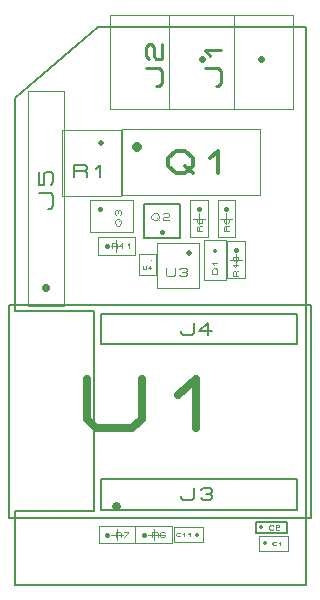
<source format=gbr>
G04 PROTEUS GERBER X2 FILE*
%TF.GenerationSoftware,Labcenter,Proteus,8.16-SP3-Build36097*%
%TF.CreationDate,2024-09-26T16:34:03+00:00*%
%TF.FileFunction,AssemblyDrawing,Top*%
%TF.FilePolarity,Positive*%
%TF.Part,Single*%
%TF.SameCoordinates,{f118cff8-fadb-4bc5-a17f-1c91f2e22e42}*%
%FSLAX45Y45*%
%MOMM*%
G01*
%TA.AperFunction,Material*%
%ADD63C,0.177800*%
%ADD154C,0.800000*%
%ADD155C,0.687710*%
%ADD156C,0.050000*%
%ADD157C,0.593960*%
%ADD158C,0.224330*%
%ADD159C,0.840000*%
%ADD160C,0.313870*%
%ADD161C,0.406400*%
%ADD162C,0.096520*%
%ADD163C,0.396240*%
%ADD164C,0.066630*%
%ADD165C,0.376000*%
%ADD166C,0.051640*%
%ADD167C,0.355600*%
%ADD168C,0.056890*%
%ADD169C,0.500000*%
%ADD170C,0.113740*%
%ADD171C,0.020000*%
%ADD172C,0.045740*%
%ADD173C,0.169550*%
%ADD66C,0.100000*%
%ADD174C,0.480000*%
%ADD175C,0.164070*%
%ADD176C,0.380000*%
%ADD177C,0.069570*%
%ADD178C,0.405000*%
%ADD179C,0.085740*%
%ADD180C,0.660000*%
%ADD181C,0.201050*%
%TA.AperFunction,Profile*%
%ADD41C,0.177800*%
%TD.AperFunction*%
D63*
X-726673Y+1182060D02*
X+1833327Y+1182060D01*
X+1833327Y+2982060D01*
X-726673Y+2982060D01*
X-726673Y+1182060D01*
D154*
X+185327Y+1282060D02*
X+185327Y+1282060D01*
D155*
X-65612Y+2358373D02*
X-65612Y+2014518D01*
X+11755Y+1945747D01*
X+321224Y+1945747D01*
X+398592Y+2014518D01*
X+398592Y+2358373D01*
X+708061Y+2220831D02*
X+862796Y+2358373D01*
X+862796Y+1945747D01*
D156*
X+1181000Y+4641000D02*
X+131000Y+4641000D01*
X+131000Y+5441000D01*
X+1181000Y+5441000D01*
X+1181000Y+4641000D01*
D157*
X+906000Y+5066000D02*
X+906000Y+5066000D01*
D158*
X+524835Y+4839097D02*
X+547268Y+4839097D01*
X+569702Y+4864334D01*
X+569702Y+4965286D01*
X+547268Y+4990524D01*
X+435100Y+4990524D01*
X+457534Y+5066237D02*
X+435100Y+5091475D01*
X+435100Y+5167189D01*
X+457534Y+5192427D01*
X+479967Y+5192427D01*
X+502401Y+5167189D01*
X+502401Y+5091475D01*
X+524835Y+5066237D01*
X+569702Y+5066237D01*
X+569702Y+5192427D01*
D156*
X+1681000Y+4641000D02*
X+631000Y+4641000D01*
X+631000Y+5441000D01*
X+1681000Y+5441000D01*
X+1681000Y+4641000D01*
D157*
X+1406000Y+5066000D02*
X+1406000Y+5066000D01*
D158*
X+1024835Y+4839097D02*
X+1047268Y+4839097D01*
X+1069702Y+4864334D01*
X+1069702Y+4965286D01*
X+1047268Y+4990524D01*
X+935100Y+4990524D01*
X+979967Y+5091475D02*
X+935100Y+5141951D01*
X+1069702Y+5141951D01*
D156*
X+233000Y+3914000D02*
X+1403000Y+3914000D01*
X+1403000Y+4474000D01*
X+233000Y+4474000D01*
X+233000Y+3914000D01*
D159*
X+363000Y+4321000D02*
X+363000Y+4321000D01*
D160*
X+622761Y+4225388D02*
X+693383Y+4288163D01*
X+764005Y+4288163D01*
X+834627Y+4225388D01*
X+834627Y+4162612D01*
X+764005Y+4099837D01*
X+693383Y+4099837D01*
X+622761Y+4162612D01*
X+622761Y+4225388D01*
X+764005Y+4162612D02*
X+834627Y+4099837D01*
X+975872Y+4225388D02*
X+1046494Y+4288163D01*
X+1046494Y+4099837D01*
D63*
X+415165Y+3549400D02*
X+722505Y+3549400D01*
X+722505Y+3841500D01*
X+415165Y+3841500D01*
X+415165Y+3549400D01*
D161*
X+568835Y+3600200D02*
X+568835Y+3600200D01*
D162*
X+481967Y+3740662D02*
X+503684Y+3759966D01*
X+525401Y+3759966D01*
X+547118Y+3740662D01*
X+547118Y+3721358D01*
X+525401Y+3702054D01*
X+503684Y+3702054D01*
X+481967Y+3721358D01*
X+481967Y+3740662D01*
X+525401Y+3721358D02*
X+547118Y+3702054D01*
X+579693Y+3750314D02*
X+590552Y+3759966D01*
X+623127Y+3759966D01*
X+633986Y+3750314D01*
X+633986Y+3740662D01*
X+623127Y+3731010D01*
X+590552Y+3731010D01*
X+579693Y+3721358D01*
X+579693Y+3702054D01*
X+633986Y+3702054D01*
D156*
X+811000Y+3871000D02*
X+811000Y+3561000D01*
X+961000Y+3561000D01*
X+961000Y+3871000D01*
X+811000Y+3871000D01*
X+936000Y+3716000D02*
X+836000Y+3716000D01*
X+886000Y+3666000D02*
X+886000Y+3766000D01*
D163*
X+886000Y+3796000D02*
X+886000Y+3796000D01*
D164*
X+905991Y+3607372D02*
X+866010Y+3607372D01*
X+866010Y+3644854D01*
X+872673Y+3652351D01*
X+879337Y+3652351D01*
X+886000Y+3644854D01*
X+886000Y+3607372D01*
X+886000Y+3644854D02*
X+892664Y+3652351D01*
X+905991Y+3652351D01*
X+872673Y+3674840D02*
X+866010Y+3682337D01*
X+866010Y+3704826D01*
X+872673Y+3712323D01*
X+879337Y+3712323D01*
X+886000Y+3704826D01*
X+886000Y+3682337D01*
X+892664Y+3674840D01*
X+905991Y+3674840D01*
X+905991Y+3712323D01*
D156*
X+345000Y+965000D02*
X+655000Y+965000D01*
X+655000Y+1115000D01*
X+345000Y+1115000D01*
X+345000Y+965000D01*
X+500000Y+1090000D02*
X+500000Y+990000D01*
X+550000Y+1040000D02*
X+450000Y+1040000D01*
D163*
X+420000Y+1040000D02*
X+420000Y+1040000D01*
D164*
X+488684Y+1020009D02*
X+488684Y+1059990D01*
X+526166Y+1059990D01*
X+533663Y+1053327D01*
X+533663Y+1046663D01*
X+526166Y+1040000D01*
X+488684Y+1040000D01*
X+526166Y+1040000D02*
X+533663Y+1033336D01*
X+533663Y+1020009D01*
X+593635Y+1053327D02*
X+586138Y+1059990D01*
X+563649Y+1059990D01*
X+556152Y+1053327D01*
X+556152Y+1026672D01*
X+563649Y+1020009D01*
X+586138Y+1020009D01*
X+593635Y+1026672D01*
X+593635Y+1033336D01*
X+586138Y+1040000D01*
X+556152Y+1040000D01*
D156*
X+35000Y+965000D02*
X+345000Y+965000D01*
X+345000Y+1115000D01*
X+35000Y+1115000D01*
X+35000Y+965000D01*
X+190000Y+1090000D02*
X+190000Y+990000D01*
X+240000Y+1040000D02*
X+140000Y+1040000D01*
D163*
X+110000Y+1040000D02*
X+110000Y+1040000D01*
D164*
X+178684Y+1020009D02*
X+178684Y+1059990D01*
X+216166Y+1059990D01*
X+223663Y+1053327D01*
X+223663Y+1046663D01*
X+216166Y+1040000D01*
X+178684Y+1040000D01*
X+216166Y+1040000D02*
X+223663Y+1033336D01*
X+223663Y+1020009D01*
X+246152Y+1059990D02*
X+283635Y+1059990D01*
X+283635Y+1053327D01*
X+246152Y+1020009D01*
D156*
X+1391000Y+903000D02*
X+1635000Y+903000D01*
X+1635000Y+1027000D01*
X+1391000Y+1027000D01*
X+1391000Y+903000D01*
D165*
X+1446000Y+965000D02*
X+1446000Y+965000D01*
D166*
X+1539531Y+954672D02*
X+1533721Y+949508D01*
X+1516293Y+949508D01*
X+1504674Y+959836D01*
X+1504674Y+970164D01*
X+1516293Y+980492D01*
X+1533721Y+980492D01*
X+1539531Y+975328D01*
X+1562769Y+970164D02*
X+1574388Y+980492D01*
X+1574388Y+949508D01*
D63*
X+1365550Y+1050470D02*
X+1627170Y+1050470D01*
X+1627170Y+1149530D01*
X+1365550Y+1149530D01*
X+1365550Y+1050470D01*
D167*
X+1410000Y+1100000D02*
X+1410000Y+1100000D01*
D168*
X+1514673Y+1088620D02*
X+1508272Y+1082931D01*
X+1489070Y+1082931D01*
X+1476269Y+1094310D01*
X+1476269Y+1105689D01*
X+1489070Y+1117068D01*
X+1508272Y+1117068D01*
X+1514673Y+1111379D01*
X+1533875Y+1111379D02*
X+1540276Y+1117068D01*
X+1559478Y+1117068D01*
X+1565879Y+1111379D01*
X+1565879Y+1105689D01*
X+1559478Y+1100000D01*
X+1540276Y+1100000D01*
X+1533875Y+1094310D01*
X+1533875Y+1082931D01*
X+1565879Y+1082931D01*
D156*
X+527000Y+3128000D02*
X+881000Y+3128000D01*
X+881000Y+3512000D01*
X+527000Y+3512000D01*
X+527000Y+3128000D01*
D169*
X+799000Y+3425000D02*
X+799000Y+3425000D01*
D170*
X+601634Y+3296872D02*
X+601634Y+3240002D01*
X+614429Y+3228628D01*
X+665612Y+3228628D01*
X+678408Y+3240002D01*
X+678408Y+3296872D01*
X+716795Y+3285498D02*
X+729591Y+3296872D01*
X+767978Y+3296872D01*
X+780774Y+3285498D01*
X+780774Y+3274124D01*
X+767978Y+3262750D01*
X+780774Y+3251376D01*
X+780774Y+3240002D01*
X+767978Y+3228628D01*
X+729591Y+3228628D01*
X+716795Y+3240002D01*
X+742387Y+3262750D02*
X+767978Y+3262750D01*
D156*
X+31000Y+3411000D02*
X+341000Y+3411000D01*
X+341000Y+3561000D01*
X+31000Y+3561000D01*
X+31000Y+3411000D01*
X+186000Y+3536000D02*
X+186000Y+3436000D01*
X+236000Y+3486000D02*
X+136000Y+3486000D01*
D163*
X+106000Y+3486000D02*
X+106000Y+3486000D01*
D164*
X+144698Y+3466009D02*
X+144698Y+3505990D01*
X+182180Y+3505990D01*
X+189677Y+3499327D01*
X+189677Y+3492663D01*
X+182180Y+3486000D01*
X+144698Y+3486000D01*
X+182180Y+3486000D02*
X+189677Y+3479336D01*
X+189677Y+3466009D01*
X+219663Y+3492663D02*
X+234656Y+3505990D01*
X+234656Y+3466009D01*
X+279635Y+3492663D02*
X+294628Y+3505990D01*
X+294628Y+3466009D01*
D156*
X+524000Y+3416000D02*
X+524000Y+3234000D01*
X+374000Y+3234000D01*
X+374000Y+3416000D01*
X+524000Y+3416000D01*
D171*
X+481512Y+3368000D02*
X+481512Y+3368000D01*
D172*
X+407834Y+3312972D02*
X+407834Y+3290102D01*
X+412979Y+3285528D01*
X+433562Y+3285528D01*
X+438708Y+3290102D01*
X+438708Y+3312972D01*
X+479874Y+3294676D02*
X+449000Y+3294676D01*
X+469583Y+3312972D01*
X+469583Y+3285528D01*
D63*
X+53327Y+1252056D02*
X+1713327Y+1252056D01*
X+1713327Y+1512060D01*
X+53327Y+1512060D01*
X+53327Y+1252056D01*
D173*
X+730727Y+1365102D02*
X+730727Y+1348146D01*
X+749802Y+1331191D01*
X+826102Y+1331191D01*
X+845177Y+1348146D01*
X+845177Y+1432924D01*
X+902402Y+1415969D02*
X+921477Y+1432924D01*
X+978702Y+1432924D01*
X+997777Y+1415969D01*
X+997777Y+1399013D01*
X+978702Y+1382058D01*
X+997777Y+1365102D01*
X+997777Y+1348146D01*
X+978702Y+1331191D01*
X+921477Y+1331191D01*
X+902402Y+1348146D01*
X+940552Y+1382058D02*
X+978702Y+1382058D01*
D63*
X+53327Y+2651673D02*
X+1713327Y+2651673D01*
X+1713327Y+2911677D01*
X+53327Y+2911677D01*
X+53327Y+2651673D01*
D173*
X+730727Y+2764719D02*
X+730727Y+2747763D01*
X+749802Y+2730808D01*
X+826102Y+2730808D01*
X+845177Y+2747763D01*
X+845177Y+2832541D01*
X+997777Y+2764719D02*
X+883327Y+2764719D01*
X+959627Y+2832541D01*
X+959627Y+2730808D01*
D66*
X-276000Y+3907000D02*
X+224000Y+3907000D01*
X+224000Y+4467000D01*
X-276000Y+4467000D01*
X-276000Y+3907000D01*
D174*
X+54000Y+4357000D02*
X+54000Y+4357000D01*
D175*
X-173665Y+4068278D02*
X-173665Y+4166722D01*
X-81375Y+4166722D01*
X-62917Y+4150315D01*
X-62917Y+4133907D01*
X-81375Y+4117500D01*
X-173665Y+4117500D01*
X-81375Y+4117500D02*
X-62917Y+4101093D01*
X-62917Y+4068278D01*
X+10916Y+4133907D02*
X+47832Y+4166722D01*
X+47832Y+4068278D01*
D156*
X+926000Y+3198000D02*
X+1110000Y+3198000D01*
X+1110000Y+3534000D01*
X+926000Y+3534000D01*
X+926000Y+3198000D01*
D176*
X+1018000Y+3441000D02*
X+1018000Y+3441000D01*
D177*
X+1038872Y+3246135D02*
X+997128Y+3246135D01*
X+997128Y+3277442D01*
X+1011043Y+3293096D01*
X+1024957Y+3293096D01*
X+1038872Y+3277442D01*
X+1038872Y+3246135D01*
X+1011043Y+3324403D02*
X+997128Y+3340057D01*
X+1038872Y+3340057D01*
D156*
X+1121696Y+3523000D02*
X+1121696Y+3213000D01*
X+1271696Y+3213000D01*
X+1271696Y+3523000D01*
X+1121696Y+3523000D01*
X+1246696Y+3368000D02*
X+1146696Y+3368000D01*
X+1196696Y+3318000D02*
X+1196696Y+3418000D01*
D163*
X+1196696Y+3448000D02*
X+1196696Y+3448000D01*
D164*
X+1216687Y+3229386D02*
X+1176706Y+3229386D01*
X+1176706Y+3266868D01*
X+1183369Y+3274365D01*
X+1190033Y+3274365D01*
X+1196696Y+3266868D01*
X+1196696Y+3229386D01*
X+1196696Y+3266868D02*
X+1203360Y+3274365D01*
X+1216687Y+3274365D01*
X+1190033Y+3304351D02*
X+1176706Y+3319344D01*
X+1216687Y+3319344D01*
X+1183369Y+3356826D02*
X+1176706Y+3364323D01*
X+1176706Y+3386812D01*
X+1183369Y+3394309D01*
X+1190033Y+3394309D01*
X+1196696Y+3386812D01*
X+1203360Y+3394309D01*
X+1210024Y+3394309D01*
X+1216687Y+3386812D01*
X+1216687Y+3364323D01*
X+1210024Y+3356826D01*
X+1196696Y+3371819D02*
X+1196696Y+3386812D01*
D156*
X-38000Y+3599000D02*
X+326000Y+3599000D01*
X+326000Y+3869000D01*
X-38000Y+3869000D01*
X-38000Y+3599000D01*
D178*
X+44000Y+3799000D02*
X+44000Y+3799000D01*
D179*
X+187801Y+3656834D02*
X+170653Y+3676125D01*
X+170653Y+3695417D01*
X+187801Y+3714708D01*
X+204949Y+3714708D01*
X+222097Y+3695417D01*
X+222097Y+3676125D01*
X+204949Y+3656834D01*
X+187801Y+3656834D01*
X+204949Y+3695417D02*
X+222097Y+3714708D01*
X+179227Y+3743645D02*
X+170653Y+3753291D01*
X+170653Y+3782228D01*
X+179227Y+3791874D01*
X+187801Y+3791874D01*
X+196375Y+3782228D01*
X+204949Y+3791874D01*
X+213523Y+3791874D01*
X+222097Y+3782228D01*
X+222097Y+3753291D01*
X+213523Y+3743645D01*
X+196375Y+3762937D02*
X+196375Y+3782228D01*
D156*
X+1041670Y+3871000D02*
X+1041670Y+3561000D01*
X+1191670Y+3561000D01*
X+1191670Y+3871000D01*
X+1041670Y+3871000D01*
X+1166670Y+3716000D02*
X+1066670Y+3716000D01*
X+1116670Y+3666000D02*
X+1116670Y+3766000D01*
D163*
X+1116670Y+3796000D02*
X+1116670Y+3796000D01*
D164*
X+1136661Y+3607372D02*
X+1096680Y+3607372D01*
X+1096680Y+3644854D01*
X+1103343Y+3652351D01*
X+1110007Y+3652351D01*
X+1116670Y+3644854D01*
X+1116670Y+3607372D01*
X+1116670Y+3644854D02*
X+1123334Y+3652351D01*
X+1136661Y+3652351D01*
X+1103343Y+3674840D02*
X+1096680Y+3682337D01*
X+1096680Y+3704826D01*
X+1103343Y+3712323D01*
X+1110007Y+3712323D01*
X+1116670Y+3704826D01*
X+1123334Y+3712323D01*
X+1129998Y+3712323D01*
X+1136661Y+3704826D01*
X+1136661Y+3682337D01*
X+1129998Y+3674840D01*
X+1116670Y+3689833D02*
X+1116670Y+3704826D01*
D156*
X+675000Y+978000D02*
X+919000Y+978000D01*
X+919000Y+1102000D01*
X+675000Y+1102000D01*
X+675000Y+978000D01*
D165*
X+864000Y+1040000D02*
X+864000Y+1040000D01*
D166*
X+723993Y+1029672D02*
X+718183Y+1024508D01*
X+700755Y+1024508D01*
X+689136Y+1034836D01*
X+689136Y+1045164D01*
X+700755Y+1055492D01*
X+718183Y+1055492D01*
X+723993Y+1050328D01*
X+747231Y+1045164D02*
X+758850Y+1055492D01*
X+758850Y+1024508D01*
X+793707Y+1045164D02*
X+805326Y+1055492D01*
X+805326Y+1024508D01*
D156*
X-260000Y+2976000D02*
X-560000Y+2976000D01*
X-560000Y+4792000D01*
X-262000Y+4792000D01*
X-260000Y+2976000D01*
D180*
X-410000Y+3128000D02*
X-410000Y+3128000D01*
D181*
X-389894Y+3796802D02*
X-369789Y+3796802D01*
X-349683Y+3819420D01*
X-349683Y+3909894D01*
X-369789Y+3932513D01*
X-470316Y+3932513D01*
X-470316Y+4113461D02*
X-470316Y+4000368D01*
X-430105Y+4000368D01*
X-430105Y+4090842D01*
X-410000Y+4113461D01*
X-369789Y+4113461D01*
X-349683Y+4090842D01*
X-349683Y+4022987D01*
X-369789Y+4000368D01*
D41*
X-671603Y+4737000D02*
X-671603Y+2937000D01*
X-5970Y+2937000D01*
X-5970Y+1236000D01*
X-672000Y+1236000D01*
X-672000Y+616000D01*
X+1788988Y+616000D01*
X+1788988Y+5337000D01*
X+28182Y+5337000D01*
X-671603Y+4737000D01*
M02*

</source>
